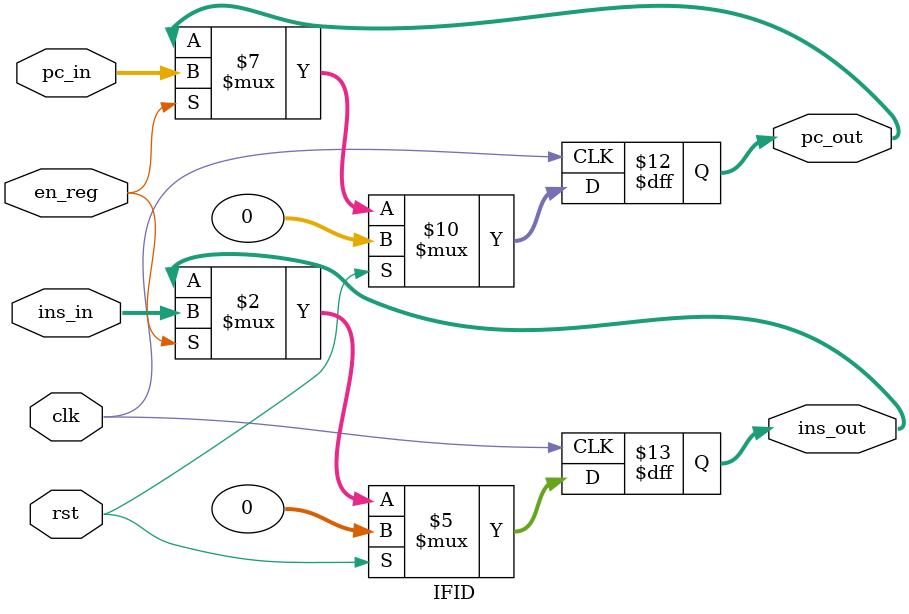
<source format=v>

module IFID( clk, rst, en_reg, pc_in, ins_in, pc_out, ins_out );

	input clk, rst, en_reg;
	input[31:0] pc_in, ins_in;
	
	output[31:0] pc_out, ins_out;
	reg[31:0] pc_out, ins_out;



    always @( posedge clk ) begin
        if ( rst ) begin
		    pc_out <= 32'b0;   // PC+4
			ins_out <= 32'b0;  
		end
        else if ( en_reg ) begin
		    pc_out <= pc_in;
			ins_out <= ins_in;
		end
    end
endmodule

</source>
